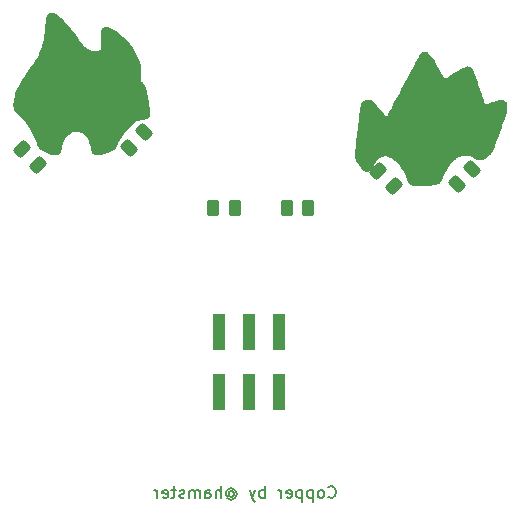
<source format=gbr>
%TF.GenerationSoftware,KiCad,Pcbnew,(6.0.5)*%
%TF.CreationDate,2022-09-12T01:39:42-06:00*%
%TF.ProjectId,MiniMageSpells,4d696e69-4d61-4676-9553-70656c6c732e,1.0*%
%TF.SameCoordinates,PX6e486c0PY7ba4d50*%
%TF.FileFunction,Soldermask,Bot*%
%TF.FilePolarity,Negative*%
%FSLAX46Y46*%
G04 Gerber Fmt 4.6, Leading zero omitted, Abs format (unit mm)*
G04 Created by KiCad (PCBNEW (6.0.5)) date 2022-09-12 01:39:42*
%MOMM*%
%LPD*%
G01*
G04 APERTURE LIST*
G04 Aperture macros list*
%AMRoundRect*
0 Rectangle with rounded corners*
0 $1 Rounding radius*
0 $2 $3 $4 $5 $6 $7 $8 $9 X,Y pos of 4 corners*
0 Add a 4 corners polygon primitive as box body*
4,1,4,$2,$3,$4,$5,$6,$7,$8,$9,$2,$3,0*
0 Add four circle primitives for the rounded corners*
1,1,$1+$1,$2,$3*
1,1,$1+$1,$4,$5*
1,1,$1+$1,$6,$7*
1,1,$1+$1,$8,$9*
0 Add four rect primitives between the rounded corners*
20,1,$1+$1,$2,$3,$4,$5,0*
20,1,$1+$1,$4,$5,$6,$7,0*
20,1,$1+$1,$6,$7,$8,$9,0*
20,1,$1+$1,$8,$9,$2,$3,0*%
G04 Aperture macros list end*
%ADD10C,0.150000*%
%ADD11R,1.000000X3.150000*%
%ADD12RoundRect,0.243750X0.494975X0.150260X0.150260X0.494975X-0.494975X-0.150260X-0.150260X-0.494975X0*%
%ADD13RoundRect,0.250000X0.262500X0.450000X-0.262500X0.450000X-0.262500X-0.450000X0.262500X-0.450000X0*%
%ADD14RoundRect,0.243750X-0.150260X0.494975X-0.494975X0.150260X0.150260X-0.494975X0.494975X-0.150260X0*%
%ADD15RoundRect,0.250000X-0.262500X-0.450000X0.262500X-0.450000X0.262500X0.450000X-0.262500X0.450000X0*%
G04 APERTURE END LIST*
D10*
X25423809Y4242858D02*
X25471428Y4195239D01*
X25614285Y4147620D01*
X25709523Y4147620D01*
X25852380Y4195239D01*
X25947619Y4290477D01*
X25995238Y4385715D01*
X26042857Y4576191D01*
X26042857Y4719048D01*
X25995238Y4909524D01*
X25947619Y5004762D01*
X25852380Y5100000D01*
X25709523Y5147620D01*
X25614285Y5147620D01*
X25471428Y5100000D01*
X25423809Y5052381D01*
X24852380Y4147620D02*
X24947619Y4195239D01*
X24995238Y4242858D01*
X25042857Y4338096D01*
X25042857Y4623810D01*
X24995238Y4719048D01*
X24947619Y4766667D01*
X24852380Y4814286D01*
X24709523Y4814286D01*
X24614285Y4766667D01*
X24566666Y4719048D01*
X24519047Y4623810D01*
X24519047Y4338096D01*
X24566666Y4242858D01*
X24614285Y4195239D01*
X24709523Y4147620D01*
X24852380Y4147620D01*
X24090476Y4814286D02*
X24090476Y3814286D01*
X24090476Y4766667D02*
X23995238Y4814286D01*
X23804761Y4814286D01*
X23709523Y4766667D01*
X23661904Y4719048D01*
X23614285Y4623810D01*
X23614285Y4338096D01*
X23661904Y4242858D01*
X23709523Y4195239D01*
X23804761Y4147620D01*
X23995238Y4147620D01*
X24090476Y4195239D01*
X23185714Y4814286D02*
X23185714Y3814286D01*
X23185714Y4766667D02*
X23090476Y4814286D01*
X22900000Y4814286D01*
X22804761Y4766667D01*
X22757142Y4719048D01*
X22709523Y4623810D01*
X22709523Y4338096D01*
X22757142Y4242858D01*
X22804761Y4195239D01*
X22900000Y4147620D01*
X23090476Y4147620D01*
X23185714Y4195239D01*
X21900000Y4195239D02*
X21995238Y4147620D01*
X22185714Y4147620D01*
X22280952Y4195239D01*
X22328571Y4290477D01*
X22328571Y4671429D01*
X22280952Y4766667D01*
X22185714Y4814286D01*
X21995238Y4814286D01*
X21900000Y4766667D01*
X21852380Y4671429D01*
X21852380Y4576191D01*
X22328571Y4480953D01*
X21423809Y4147620D02*
X21423809Y4814286D01*
X21423809Y4623810D02*
X21376190Y4719048D01*
X21328571Y4766667D01*
X21233333Y4814286D01*
X21138095Y4814286D01*
X20042857Y4147620D02*
X20042857Y5147620D01*
X20042857Y4766667D02*
X19947619Y4814286D01*
X19757142Y4814286D01*
X19661904Y4766667D01*
X19614285Y4719048D01*
X19566666Y4623810D01*
X19566666Y4338096D01*
X19614285Y4242858D01*
X19661904Y4195239D01*
X19757142Y4147620D01*
X19947619Y4147620D01*
X20042857Y4195239D01*
X19233333Y4814286D02*
X18995238Y4147620D01*
X18757142Y4814286D02*
X18995238Y4147620D01*
X19090476Y3909524D01*
X19138095Y3861905D01*
X19233333Y3814286D01*
X16995238Y4623810D02*
X17042857Y4671429D01*
X17138095Y4719048D01*
X17233333Y4719048D01*
X17328571Y4671429D01*
X17376190Y4623810D01*
X17423809Y4528572D01*
X17423809Y4433334D01*
X17376190Y4338096D01*
X17328571Y4290477D01*
X17233333Y4242858D01*
X17138095Y4242858D01*
X17042857Y4290477D01*
X16995238Y4338096D01*
X16995238Y4719048D02*
X16995238Y4338096D01*
X16947619Y4290477D01*
X16900000Y4290477D01*
X16804761Y4338096D01*
X16757142Y4433334D01*
X16757142Y4671429D01*
X16852380Y4814286D01*
X16995238Y4909524D01*
X17185714Y4957143D01*
X17376190Y4909524D01*
X17519047Y4814286D01*
X17614285Y4671429D01*
X17661904Y4480953D01*
X17614285Y4290477D01*
X17519047Y4147620D01*
X17376190Y4052381D01*
X17185714Y4004762D01*
X16995238Y4052381D01*
X16852380Y4147620D01*
X16328571Y4147620D02*
X16328571Y5147620D01*
X15900000Y4147620D02*
X15900000Y4671429D01*
X15947619Y4766667D01*
X16042857Y4814286D01*
X16185714Y4814286D01*
X16280952Y4766667D01*
X16328571Y4719048D01*
X14995238Y4147620D02*
X14995238Y4671429D01*
X15042857Y4766667D01*
X15138095Y4814286D01*
X15328571Y4814286D01*
X15423809Y4766667D01*
X14995238Y4195239D02*
X15090476Y4147620D01*
X15328571Y4147620D01*
X15423809Y4195239D01*
X15471428Y4290477D01*
X15471428Y4385715D01*
X15423809Y4480953D01*
X15328571Y4528572D01*
X15090476Y4528572D01*
X14995238Y4576191D01*
X14519047Y4147620D02*
X14519047Y4814286D01*
X14519047Y4719048D02*
X14471428Y4766667D01*
X14376190Y4814286D01*
X14233333Y4814286D01*
X14138095Y4766667D01*
X14090476Y4671429D01*
X14090476Y4147620D01*
X14090476Y4671429D02*
X14042857Y4766667D01*
X13947619Y4814286D01*
X13804761Y4814286D01*
X13709523Y4766667D01*
X13661904Y4671429D01*
X13661904Y4147620D01*
X13233333Y4195239D02*
X13138095Y4147620D01*
X12947619Y4147620D01*
X12852380Y4195239D01*
X12804761Y4290477D01*
X12804761Y4338096D01*
X12852380Y4433334D01*
X12947619Y4480953D01*
X13090476Y4480953D01*
X13185714Y4528572D01*
X13233333Y4623810D01*
X13233333Y4671429D01*
X13185714Y4766667D01*
X13090476Y4814286D01*
X12947619Y4814286D01*
X12852380Y4766667D01*
X12519047Y4814286D02*
X12138095Y4814286D01*
X12376190Y5147620D02*
X12376190Y4290477D01*
X12328571Y4195239D01*
X12233333Y4147620D01*
X12138095Y4147620D01*
X11423809Y4195239D02*
X11519047Y4147620D01*
X11709523Y4147620D01*
X11804761Y4195239D01*
X11852380Y4290477D01*
X11852380Y4671429D01*
X11804761Y4766667D01*
X11709523Y4814286D01*
X11519047Y4814286D01*
X11423809Y4766667D01*
X11376190Y4671429D01*
X11376190Y4576191D01*
X11852380Y4480953D01*
X10947619Y4147620D02*
X10947619Y4814286D01*
X10947619Y4623810D02*
X10900000Y4719048D01*
X10852380Y4766667D01*
X10757142Y4814286D01*
X10661904Y4814286D01*
%TO.C,G\u002A\u002A\u002A*%
G36*
X33713103Y41903587D02*
G01*
X33816862Y41871902D01*
X33825514Y41867686D01*
X33887559Y41826415D01*
X33966738Y41759751D01*
X34054671Y41676126D01*
X34142975Y41583969D01*
X34223269Y41491712D01*
X34287172Y41407786D01*
X34296422Y41394008D01*
X34321115Y41352972D01*
X34363325Y41279045D01*
X34420587Y41176694D01*
X34490438Y41050388D01*
X34570411Y40904595D01*
X34658041Y40743784D01*
X34750865Y40572424D01*
X34804750Y40472490D01*
X34897033Y40301309D01*
X34983402Y40141586D01*
X35061738Y39997205D01*
X35129921Y39872049D01*
X35185832Y39770002D01*
X35227354Y39694947D01*
X35252365Y39650767D01*
X35258809Y39640398D01*
X35283954Y39640233D01*
X35323871Y39662664D01*
X35325128Y39663628D01*
X35360830Y39687672D01*
X35428358Y39729787D01*
X35522728Y39787063D01*
X35638953Y39856594D01*
X35772050Y39935472D01*
X35917033Y40020789D01*
X36068919Y40109637D01*
X36222721Y40199107D01*
X36373455Y40286293D01*
X36516137Y40368287D01*
X36645781Y40442180D01*
X36757403Y40505065D01*
X36846018Y40554034D01*
X36906533Y40586125D01*
X37057145Y40648149D01*
X37196678Y40674149D01*
X37333750Y40665616D01*
X37349131Y40662616D01*
X37471485Y40616596D01*
X37575721Y40537089D01*
X37654094Y40431687D01*
X37695639Y40323011D01*
X37716413Y40250344D01*
X37748744Y40155431D01*
X37786906Y40054707D01*
X37802287Y40017027D01*
X37836770Y39930883D01*
X37881006Y39814574D01*
X37933444Y39672607D01*
X37992534Y39509491D01*
X38056725Y39329732D01*
X38124467Y39137837D01*
X38194209Y38938315D01*
X38264400Y38735672D01*
X38333491Y38534415D01*
X38399930Y38339053D01*
X38462166Y38154091D01*
X38518650Y37984038D01*
X38567831Y37833401D01*
X38608157Y37706687D01*
X38638080Y37608403D01*
X38656047Y37543058D01*
X38660223Y37523116D01*
X38674801Y37425903D01*
X39288607Y37635769D01*
X39464124Y37695559D01*
X39605044Y37742821D01*
X39716765Y37779009D01*
X39804683Y37805579D01*
X39874196Y37823988D01*
X39930702Y37835690D01*
X39979597Y37842141D01*
X40026279Y37844797D01*
X40065022Y37845169D01*
X40206018Y37834889D01*
X40318048Y37802603D01*
X40410275Y37744784D01*
X40464319Y37691410D01*
X40509663Y37627977D01*
X40542161Y37552129D01*
X40563022Y37457290D01*
X40573453Y37336887D01*
X40574662Y37184345D01*
X40572486Y37102513D01*
X40562680Y36818195D01*
X40349807Y36235626D01*
X40297276Y36091285D01*
X40233248Y35914404D01*
X40160380Y35712379D01*
X40081331Y35492604D01*
X39998758Y35262475D01*
X39915319Y35029386D01*
X39833672Y34800732D01*
X39782609Y34657394D01*
X39694914Y34411478D01*
X39619657Y34201935D01*
X39555331Y34025130D01*
X39500430Y33877428D01*
X39453447Y33755195D01*
X39412874Y33654795D01*
X39377204Y33572594D01*
X39344931Y33504957D01*
X39314547Y33448250D01*
X39284546Y33398837D01*
X39253420Y33353083D01*
X39226797Y33316806D01*
X39150553Y33224076D01*
X39067582Y33143097D01*
X38968213Y33065829D01*
X38842776Y32984232D01*
X38785699Y32950086D01*
X38657151Y32875101D01*
X38557787Y32819324D01*
X38480592Y32779949D01*
X38418549Y32754171D01*
X38364640Y32739182D01*
X38311852Y32732179D01*
X38253166Y32730354D01*
X38236305Y32730380D01*
X38127279Y32737484D01*
X38036978Y32761413D01*
X37950802Y32807985D01*
X37854987Y32882300D01*
X37790106Y32930275D01*
X37706129Y32982704D01*
X37633053Y33022181D01*
X37574900Y33049905D01*
X37526367Y33068780D01*
X37477068Y33080503D01*
X37416617Y33086774D01*
X37334628Y33089291D01*
X37220717Y33089754D01*
X37219958Y33089754D01*
X37071098Y33085739D01*
X36906241Y33074613D01*
X36737742Y33057752D01*
X36577957Y33036535D01*
X36439241Y33012339D01*
X36359003Y32993755D01*
X36296840Y32967659D01*
X36242291Y32920209D01*
X36200683Y32867451D01*
X36138139Y32793495D01*
X36061646Y32720413D01*
X36021213Y32688319D01*
X35955138Y32632085D01*
X35881754Y32556358D01*
X35816670Y32477278D01*
X35815219Y32475308D01*
X35745366Y32375051D01*
X35663295Y32248925D01*
X35573308Y32104336D01*
X35479707Y31948691D01*
X35386795Y31789397D01*
X35298874Y31633858D01*
X35220247Y31489482D01*
X35155215Y31363674D01*
X35108082Y31263840D01*
X35099087Y31242556D01*
X35046364Y31115438D01*
X35004380Y31020394D01*
X34969128Y30949779D01*
X34936600Y30895950D01*
X34902786Y30851261D01*
X34880888Y30826388D01*
X34788133Y30749431D01*
X34670928Y30696767D01*
X34523129Y30665830D01*
X34486680Y30661760D01*
X34386306Y30648533D01*
X34284347Y30629534D01*
X34202448Y30608812D01*
X34200692Y30608258D01*
X34163118Y30597910D01*
X34119055Y30589541D01*
X34063606Y30582907D01*
X33991876Y30577760D01*
X33898969Y30573853D01*
X33779990Y30570941D01*
X33630044Y30568775D01*
X33444233Y30567110D01*
X33374503Y30566630D01*
X33201502Y30566078D01*
X33038932Y30566650D01*
X32892457Y30568245D01*
X32767737Y30570758D01*
X32670432Y30574085D01*
X32606205Y30578124D01*
X32585058Y30581039D01*
X32434784Y30638127D01*
X32303532Y30731317D01*
X32196807Y30856557D01*
X32184397Y30875993D01*
X32164322Y30916296D01*
X32134015Y30986444D01*
X32097648Y31076433D01*
X32060765Y31172574D01*
X31979701Y31381020D01*
X31902685Y31559427D01*
X31824266Y31719046D01*
X31738994Y31871128D01*
X31663169Y31993394D01*
X31601462Y32090250D01*
X31542822Y32183892D01*
X31494012Y32263423D01*
X31462598Y32316527D01*
X31376579Y32435986D01*
X31254269Y32558812D01*
X31101111Y32681073D01*
X30922551Y32798838D01*
X30724034Y32908175D01*
X30511002Y33005152D01*
X30506459Y33007008D01*
X30360972Y33058554D01*
X30236871Y33082788D01*
X30123094Y33079642D01*
X30008577Y33049045D01*
X29905959Y33003220D01*
X29783151Y32929484D01*
X29658901Y32835022D01*
X29543938Y32729495D01*
X29448992Y32622566D01*
X29394993Y32543101D01*
X29359589Y32472630D01*
X29317966Y32378079D01*
X29277099Y32275630D01*
X29261698Y32233748D01*
X29187345Y32063837D01*
X29098947Y31933206D01*
X28995229Y31840733D01*
X28874914Y31785301D01*
X28736727Y31765788D01*
X28728525Y31765734D01*
X28632599Y31771989D01*
X28548033Y31793540D01*
X28468963Y31834562D01*
X28389524Y31899236D01*
X28303851Y31991737D01*
X28206080Y32116244D01*
X28172570Y32161755D01*
X28045881Y32336988D01*
X27942640Y32483733D01*
X27860472Y32607092D01*
X27797004Y32712167D01*
X27749862Y32804062D01*
X27716671Y32887880D01*
X27695057Y32968722D01*
X27682648Y33051691D01*
X27677068Y33141890D01*
X27675921Y33229245D01*
X27676370Y33263317D01*
X27677872Y33303323D01*
X27680661Y33351343D01*
X27684968Y33409457D01*
X27691029Y33479745D01*
X27699075Y33564289D01*
X27709341Y33665168D01*
X27722059Y33784463D01*
X27737462Y33924254D01*
X27755783Y34086621D01*
X27777257Y34273646D01*
X27802115Y34487408D01*
X27830591Y34729987D01*
X27862919Y35003465D01*
X27899331Y35309922D01*
X27940061Y35651437D01*
X27985341Y36030092D01*
X28035405Y36447966D01*
X28054939Y36610858D01*
X28081006Y36827153D01*
X28102917Y37005624D01*
X28121384Y37150537D01*
X28137118Y37266157D01*
X28150831Y37356749D01*
X28163232Y37426578D01*
X28175035Y37479909D01*
X28186950Y37521007D01*
X28199688Y37554137D01*
X28213960Y37583564D01*
X28218599Y37592219D01*
X28270876Y37670264D01*
X28336848Y37731261D01*
X28423828Y37779333D01*
X28539129Y37818607D01*
X28676473Y37850507D01*
X28804188Y37872632D01*
X28903377Y37879483D01*
X28985560Y37869625D01*
X29062255Y37841628D01*
X29144980Y37794059D01*
X29148429Y37791825D01*
X29184451Y37760348D01*
X29244496Y37697787D01*
X29326537Y37606473D01*
X29428544Y37488734D01*
X29548492Y37346900D01*
X29684350Y37183300D01*
X29783761Y37062066D01*
X29902640Y36917224D01*
X30013462Y36783759D01*
X30113351Y36665016D01*
X30199432Y36564344D01*
X30268831Y36485089D01*
X30318673Y36430599D01*
X30346083Y36404220D01*
X30350342Y36402420D01*
X30361887Y36422523D01*
X30392036Y36477762D01*
X30439561Y36565832D01*
X30503238Y36684427D01*
X30581839Y36831243D01*
X30674138Y37003973D01*
X30778910Y37200313D01*
X30894928Y37417956D01*
X31020966Y37654598D01*
X31155797Y37907932D01*
X31298197Y38175654D01*
X31446937Y38455458D01*
X31600793Y38745038D01*
X31758537Y39042089D01*
X31918945Y39344306D01*
X32080789Y39649383D01*
X32242843Y39955015D01*
X32403882Y40258896D01*
X32562679Y40558721D01*
X32718008Y40852184D01*
X32868642Y41136980D01*
X32897387Y41191350D01*
X32990980Y41366117D01*
X33069541Y41506915D01*
X33136130Y41618086D01*
X33193810Y41703972D01*
X33245641Y41768914D01*
X33294687Y41817254D01*
X33344007Y41853334D01*
X33377511Y41872189D01*
X33476040Y41903906D01*
X33593700Y41914314D01*
X33713103Y41903587D01*
G37*
G36*
X2166016Y45210970D02*
G01*
X2258584Y45173597D01*
X2347900Y45125935D01*
X2432456Y45075262D01*
X2516184Y45018162D01*
X2603016Y44951218D01*
X2696883Y44871014D01*
X2801719Y44774133D01*
X2921455Y44657160D01*
X3060023Y44516679D01*
X3221356Y44349272D01*
X3289166Y44278183D01*
X3438969Y44120252D01*
X3563799Y43986840D01*
X3668294Y43872159D01*
X3757091Y43770422D01*
X3834825Y43675843D01*
X3906133Y43582633D01*
X3975651Y43485006D01*
X4048016Y43377175D01*
X4127865Y43253351D01*
X4194104Y43148649D01*
X4326392Y42942724D01*
X4443761Y42770056D01*
X4550331Y42626055D01*
X4650225Y42506129D01*
X4747564Y42405688D01*
X4846469Y42320139D01*
X4951061Y42244892D01*
X5065463Y42175355D01*
X5070220Y42172673D01*
X5268770Y42075481D01*
X5459224Y42010691D01*
X5638067Y41978686D01*
X5801783Y41979848D01*
X5946858Y42014559D01*
X6046879Y42066565D01*
X6106614Y42110257D01*
X6149146Y42152487D01*
X6177231Y42201393D01*
X6193624Y42265109D01*
X6201081Y42351770D01*
X6202357Y42469512D01*
X6201795Y42523981D01*
X6197734Y42649902D01*
X6189125Y42801963D01*
X6177070Y42964314D01*
X6162670Y43121104D01*
X6155894Y43184083D01*
X6137865Y43361150D01*
X6129285Y43502980D01*
X6131401Y43615905D01*
X6145455Y43706252D01*
X6172692Y43780354D01*
X6214358Y43844539D01*
X6271696Y43905138D01*
X6303146Y43933099D01*
X6403859Y44001849D01*
X6511657Y44039256D01*
X6630592Y44045042D01*
X6764716Y44018932D01*
X6918080Y43960649D01*
X7076102Y43880350D01*
X7414445Y43672755D01*
X7741117Y43433675D01*
X8052461Y43167387D01*
X8344820Y42878171D01*
X8614535Y42570303D01*
X8857948Y42248063D01*
X9071401Y41915729D01*
X9251236Y41577578D01*
X9393796Y41237889D01*
X9432675Y41124204D01*
X9479770Y40973497D01*
X9516893Y40841695D01*
X9545156Y40720376D01*
X9565674Y40601117D01*
X9579561Y40475495D01*
X9587930Y40335087D01*
X9591897Y40171470D01*
X9592575Y39976222D01*
X9592339Y39917026D01*
X9591629Y39751034D01*
X9591618Y39622476D01*
X9592645Y39526421D01*
X9595051Y39457936D01*
X9599177Y39412088D01*
X9605360Y39383945D01*
X9613943Y39368574D01*
X9625265Y39361043D01*
X9630803Y39359068D01*
X9694996Y39323374D01*
X9765321Y39260293D01*
X9830679Y39181144D01*
X9872705Y39112342D01*
X9908705Y39026941D01*
X9949342Y38905928D01*
X9993136Y38755621D01*
X10038603Y38582331D01*
X10084264Y38392374D01*
X10128635Y38192064D01*
X10170235Y37987716D01*
X10207584Y37785642D01*
X10239198Y37592159D01*
X10254439Y37485501D01*
X10267848Y37361936D01*
X10279209Y37212349D01*
X10287522Y37053075D01*
X10291787Y36900448D01*
X10292072Y36871156D01*
X10294187Y36521614D01*
X10229210Y36405101D01*
X10151637Y36299682D01*
X10052922Y36227068D01*
X9929126Y36185214D01*
X9779726Y36172073D01*
X9628552Y36164257D01*
X9487002Y36138992D01*
X9350090Y36093551D01*
X9212831Y36025208D01*
X9070241Y35931236D01*
X8917335Y35808909D01*
X8749129Y35655499D01*
X8640136Y35548749D01*
X8372932Y35267839D01*
X8142138Y34994838D01*
X7943909Y34724444D01*
X7774399Y34451353D01*
X7629762Y34170261D01*
X7611150Y34129682D01*
X7539672Y33977408D01*
X7475132Y33857587D01*
X7410441Y33762694D01*
X7338510Y33685202D01*
X7252250Y33617585D01*
X7144571Y33552318D01*
X7008386Y33481875D01*
X6994498Y33475029D01*
X6711012Y33347422D01*
X6448266Y33253979D01*
X6203171Y33193833D01*
X5972639Y33166112D01*
X5889146Y33163900D01*
X5755841Y33170896D01*
X5650529Y33194098D01*
X5560841Y33236820D01*
X5524426Y33261701D01*
X5477176Y33301550D01*
X5438035Y33347840D01*
X5404487Y33406723D01*
X5374014Y33484351D01*
X5344100Y33586877D01*
X5312228Y33720453D01*
X5285113Y33846684D01*
X5238094Y34057954D01*
X5191939Y34233597D01*
X5144195Y34380225D01*
X5092410Y34504448D01*
X5034131Y34612879D01*
X4966905Y34712129D01*
X4961318Y34719540D01*
X4835714Y34860197D01*
X4694797Y34968230D01*
X4532304Y35047101D01*
X4341975Y35100274D01*
X4242272Y35117211D01*
X4033953Y35126584D01*
X3834512Y35094531D01*
X3643960Y35021055D01*
X3462309Y34906162D01*
X3313953Y34774974D01*
X3235964Y34690488D01*
X3159854Y34598119D01*
X3097376Y34512520D01*
X3075115Y34477173D01*
X2999736Y34323685D01*
X2933711Y34143328D01*
X2881832Y33951356D01*
X2848891Y33763020D01*
X2847777Y33753535D01*
X2833811Y33653537D01*
X2816128Y33557985D01*
X2797823Y33482839D01*
X2791565Y33463549D01*
X2731533Y33349080D01*
X2645400Y33251685D01*
X2544191Y33183737D01*
X2540907Y33182224D01*
X2447034Y33155599D01*
X2327510Y33145287D01*
X2195787Y33151285D01*
X2065315Y33173590D01*
X2032302Y33182334D01*
X1959650Y33207269D01*
X1863480Y33245804D01*
X1757907Y33292079D01*
X1682760Y33327501D01*
X1573751Y33380291D01*
X1459032Y33435166D01*
X1355119Y33484254D01*
X1301443Y33509216D01*
X1188580Y33566642D01*
X1092161Y33629727D01*
X1008126Y33703789D01*
X932417Y33794149D01*
X860974Y33906123D01*
X789739Y34045033D01*
X714652Y34216196D01*
X661798Y34347418D01*
X515474Y34697838D01*
X358928Y35032044D01*
X194263Y35346827D01*
X23582Y35638979D01*
X-151012Y35905291D01*
X-327418Y36142554D01*
X-503532Y36347561D01*
X-677253Y36517101D01*
X-845004Y36646988D01*
X-969190Y36734440D01*
X-1061638Y36811762D01*
X-1129337Y36886013D01*
X-1179272Y36964255D01*
X-1198511Y37004231D01*
X-1236406Y37130582D01*
X-1254661Y37288407D01*
X-1254258Y37472166D01*
X-1236180Y37676323D01*
X-1201409Y37895338D01*
X-1150927Y38123674D01*
X-1085717Y38355792D01*
X-1006760Y38586155D01*
X-915039Y38809225D01*
X-856390Y38933060D01*
X-810909Y39023141D01*
X-768356Y39104426D01*
X-725622Y39181800D01*
X-679599Y39260150D01*
X-627179Y39344365D01*
X-565253Y39439330D01*
X-490712Y39549933D01*
X-400449Y39681061D01*
X-291355Y39837601D01*
X-180407Y39995843D01*
X21110Y40284340D01*
X199056Y40542829D01*
X355519Y40775018D01*
X492587Y40984616D01*
X612347Y41175329D01*
X716886Y41350867D01*
X808293Y41514937D01*
X888654Y41671247D01*
X960057Y41823505D01*
X1024590Y41975419D01*
X1084340Y42130697D01*
X1141395Y42293047D01*
X1181516Y42414961D01*
X1262578Y42686772D01*
X1328466Y42953740D01*
X1380762Y43225297D01*
X1421048Y43510872D01*
X1450905Y43819894D01*
X1470845Y44139547D01*
X1481845Y44346629D01*
X1493306Y44516478D01*
X1506314Y44654226D01*
X1521955Y44765004D01*
X1541316Y44853942D01*
X1565483Y44926174D01*
X1595543Y44986828D01*
X1632581Y45041038D01*
X1671434Y45087070D01*
X1774233Y45170901D01*
X1895769Y45220208D01*
X2028784Y45233921D01*
X2166016Y45210970D01*
G37*
%TD*%
D11*
%TO.C,X1*%
X16144562Y18175380D03*
X16144562Y13125380D03*
X18684562Y18175380D03*
X18684562Y13125380D03*
X21224562Y18175380D03*
X21224562Y13125380D03*
%TD*%
D12*
%TO.C,D1*%
X30982913Y30517087D03*
X29657087Y31842913D03*
%TD*%
D13*
%TO.C,R2*%
X17512500Y28710000D03*
X15687500Y28710000D03*
%TD*%
D12*
%TO.C,D3*%
X812913Y32367087D03*
X-512913Y33692913D03*
%TD*%
D14*
%TO.C,D2*%
X37610110Y32030110D03*
X36284284Y30704284D03*
%TD*%
D15*
%TO.C,R1*%
X21897500Y28690000D03*
X23722500Y28690000D03*
%TD*%
D14*
%TO.C,D4*%
X9852913Y35112913D03*
X8527087Y33787087D03*
%TD*%
M02*

</source>
